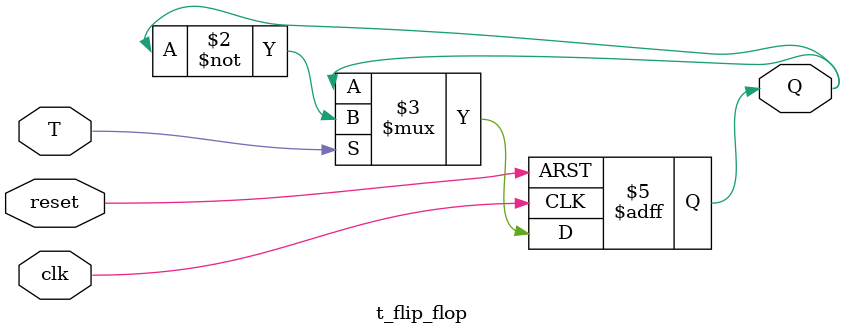
<source format=v>
module t_flip_flop(input clk, reset, T, output reg Q);
    always @(posedge clk or posedge reset) begin
        if(reset)
            Q <= 0;
        else if(T)
            Q <= ~Q;
    end
endmodule
</source>
